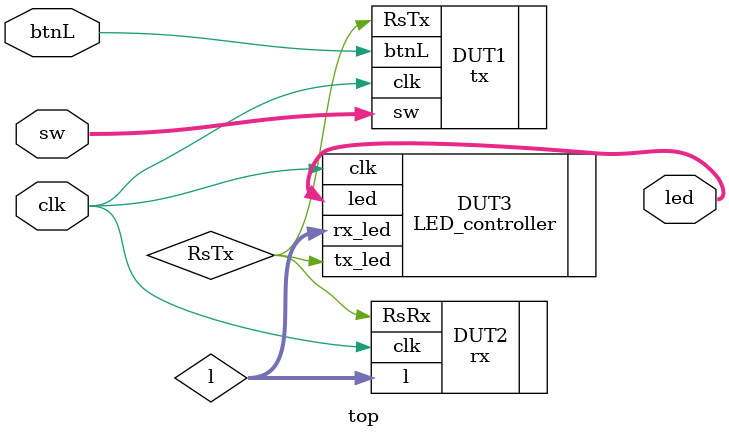
<source format=v>
`timescale 1ns / 1ps


module top(input [7:0] sw, input btnL, input clk, output [9:0] led);
wire RsTx;
wire [7:0] l;

tx DUT1 (.sw(sw), .btnL(btnL), .clk(clk), .RsTx(RsTx));

rx DUT2 (.RsRx(RsTx), .clk(clk), .l(l));

LED_controller DUT3 (.rx_led(l), .tx_led(RsTx), .led(led), .clk(clk));

endmodule

</source>
